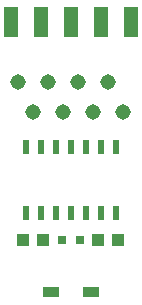
<source format=gts>
G75*
%MOIN*%
%OFA0B0*%
%FSLAX24Y24*%
%IPPOS*%
%LPD*%
%AMOC8*
5,1,8,0,0,1.08239X$1,22.5*
%
%ADD10C,0.0515*%
%ADD11R,0.0394X0.0433*%
%ADD12R,0.0315X0.0315*%
%ADD13R,0.0551X0.0354*%
%ADD14R,0.0500X0.1000*%
%ADD15R,0.0236X0.0472*%
D10*
X002517Y006500D03*
X003017Y007500D03*
X003517Y006500D03*
X004017Y007500D03*
X004517Y006500D03*
X005017Y007500D03*
X005517Y006500D03*
X002017Y007500D03*
D11*
X002182Y002250D03*
X002851Y002250D03*
X004682Y002250D03*
X005351Y002250D03*
D12*
X004062Y002250D03*
X003471Y002250D03*
D13*
X003097Y000500D03*
X004436Y000500D03*
D14*
X004767Y009500D03*
X005767Y009500D03*
X003767Y009500D03*
X002767Y009500D03*
X001767Y009500D03*
D15*
X002267Y005352D03*
X002767Y005352D03*
X003267Y005352D03*
X003767Y005352D03*
X004267Y005352D03*
X004767Y005352D03*
X005267Y005352D03*
X005267Y003148D03*
X004767Y003148D03*
X004267Y003148D03*
X003767Y003148D03*
X003267Y003148D03*
X002767Y003148D03*
X002267Y003148D03*
M02*

</source>
